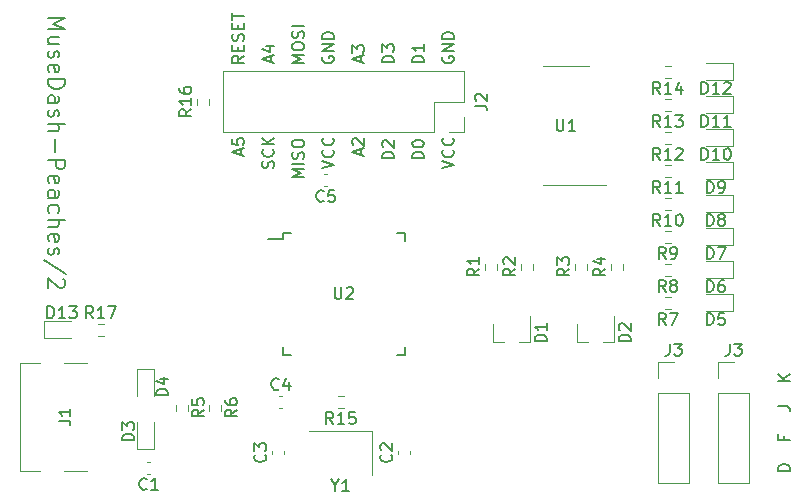
<source format=gbr>
%TF.GenerationSoftware,KiCad,Pcbnew,(5.1.7)-1*%
%TF.CreationDate,2020-10-25T16:34:13+08:00*%
%TF.ProjectId,MuseDash-Peaches2,4d757365-4461-4736-982d-506561636865,rev?*%
%TF.SameCoordinates,Original*%
%TF.FileFunction,Legend,Top*%
%TF.FilePolarity,Positive*%
%FSLAX46Y46*%
G04 Gerber Fmt 4.6, Leading zero omitted, Abs format (unit mm)*
G04 Created by KiCad (PCBNEW (5.1.7)-1) date 2020-10-25 16:34:13*
%MOMM*%
%LPD*%
G01*
G04 APERTURE LIST*
%ADD10C,0.150000*%
%ADD11C,0.120000*%
G04 APERTURE END LIST*
D10*
X102490666Y-56672000D02*
X103890666Y-56672000D01*
X102890666Y-57138666D01*
X103890666Y-57605333D01*
X102490666Y-57605333D01*
X103424000Y-58872000D02*
X102490666Y-58872000D01*
X103424000Y-58272000D02*
X102690666Y-58272000D01*
X102557333Y-58338666D01*
X102490666Y-58472000D01*
X102490666Y-58672000D01*
X102557333Y-58805333D01*
X102624000Y-58872000D01*
X102557333Y-59472000D02*
X102490666Y-59605333D01*
X102490666Y-59872000D01*
X102557333Y-60005333D01*
X102690666Y-60072000D01*
X102757333Y-60072000D01*
X102890666Y-60005333D01*
X102957333Y-59872000D01*
X102957333Y-59672000D01*
X103024000Y-59538666D01*
X103157333Y-59472000D01*
X103224000Y-59472000D01*
X103357333Y-59538666D01*
X103424000Y-59672000D01*
X103424000Y-59872000D01*
X103357333Y-60005333D01*
X102557333Y-61205333D02*
X102490666Y-61072000D01*
X102490666Y-60805333D01*
X102557333Y-60672000D01*
X102690666Y-60605333D01*
X103224000Y-60605333D01*
X103357333Y-60672000D01*
X103424000Y-60805333D01*
X103424000Y-61072000D01*
X103357333Y-61205333D01*
X103224000Y-61272000D01*
X103090666Y-61272000D01*
X102957333Y-60605333D01*
X102490666Y-61872000D02*
X103890666Y-61872000D01*
X103890666Y-62205333D01*
X103824000Y-62405333D01*
X103690666Y-62538666D01*
X103557333Y-62605333D01*
X103290666Y-62672000D01*
X103090666Y-62672000D01*
X102824000Y-62605333D01*
X102690666Y-62538666D01*
X102557333Y-62405333D01*
X102490666Y-62205333D01*
X102490666Y-61872000D01*
X102490666Y-63872000D02*
X103224000Y-63872000D01*
X103357333Y-63805333D01*
X103424000Y-63672000D01*
X103424000Y-63405333D01*
X103357333Y-63272000D01*
X102557333Y-63872000D02*
X102490666Y-63738666D01*
X102490666Y-63405333D01*
X102557333Y-63272000D01*
X102690666Y-63205333D01*
X102824000Y-63205333D01*
X102957333Y-63272000D01*
X103024000Y-63405333D01*
X103024000Y-63738666D01*
X103090666Y-63872000D01*
X102557333Y-64472000D02*
X102490666Y-64605333D01*
X102490666Y-64872000D01*
X102557333Y-65005333D01*
X102690666Y-65072000D01*
X102757333Y-65072000D01*
X102890666Y-65005333D01*
X102957333Y-64872000D01*
X102957333Y-64672000D01*
X103024000Y-64538666D01*
X103157333Y-64472000D01*
X103224000Y-64472000D01*
X103357333Y-64538666D01*
X103424000Y-64672000D01*
X103424000Y-64872000D01*
X103357333Y-65005333D01*
X102490666Y-65672000D02*
X103890666Y-65672000D01*
X102490666Y-66272000D02*
X103224000Y-66272000D01*
X103357333Y-66205333D01*
X103424000Y-66072000D01*
X103424000Y-65872000D01*
X103357333Y-65738666D01*
X103290666Y-65672000D01*
X103024000Y-66938666D02*
X103024000Y-68005333D01*
X102490666Y-68672000D02*
X103890666Y-68672000D01*
X103890666Y-69205333D01*
X103824000Y-69338666D01*
X103757333Y-69405333D01*
X103624000Y-69472000D01*
X103424000Y-69472000D01*
X103290666Y-69405333D01*
X103224000Y-69338666D01*
X103157333Y-69205333D01*
X103157333Y-68672000D01*
X102557333Y-70605333D02*
X102490666Y-70472000D01*
X102490666Y-70205333D01*
X102557333Y-70072000D01*
X102690666Y-70005333D01*
X103224000Y-70005333D01*
X103357333Y-70072000D01*
X103424000Y-70205333D01*
X103424000Y-70472000D01*
X103357333Y-70605333D01*
X103224000Y-70672000D01*
X103090666Y-70672000D01*
X102957333Y-70005333D01*
X102490666Y-71872000D02*
X103224000Y-71872000D01*
X103357333Y-71805333D01*
X103424000Y-71672000D01*
X103424000Y-71405333D01*
X103357333Y-71272000D01*
X102557333Y-71872000D02*
X102490666Y-71738666D01*
X102490666Y-71405333D01*
X102557333Y-71272000D01*
X102690666Y-71205333D01*
X102824000Y-71205333D01*
X102957333Y-71272000D01*
X103024000Y-71405333D01*
X103024000Y-71738666D01*
X103090666Y-71872000D01*
X102557333Y-73138666D02*
X102490666Y-73005333D01*
X102490666Y-72738666D01*
X102557333Y-72605333D01*
X102624000Y-72538666D01*
X102757333Y-72472000D01*
X103157333Y-72472000D01*
X103290666Y-72538666D01*
X103357333Y-72605333D01*
X103424000Y-72738666D01*
X103424000Y-73005333D01*
X103357333Y-73138666D01*
X102490666Y-73738666D02*
X103890666Y-73738666D01*
X102490666Y-74338666D02*
X103224000Y-74338666D01*
X103357333Y-74272000D01*
X103424000Y-74138666D01*
X103424000Y-73938666D01*
X103357333Y-73805333D01*
X103290666Y-73738666D01*
X102557333Y-75538666D02*
X102490666Y-75405333D01*
X102490666Y-75138666D01*
X102557333Y-75005333D01*
X102690666Y-74938666D01*
X103224000Y-74938666D01*
X103357333Y-75005333D01*
X103424000Y-75138666D01*
X103424000Y-75405333D01*
X103357333Y-75538666D01*
X103224000Y-75605333D01*
X103090666Y-75605333D01*
X102957333Y-74938666D01*
X102557333Y-76138666D02*
X102490666Y-76272000D01*
X102490666Y-76538666D01*
X102557333Y-76672000D01*
X102690666Y-76738666D01*
X102757333Y-76738666D01*
X102890666Y-76672000D01*
X102957333Y-76538666D01*
X102957333Y-76338666D01*
X103024000Y-76205333D01*
X103157333Y-76138666D01*
X103224000Y-76138666D01*
X103357333Y-76205333D01*
X103424000Y-76338666D01*
X103424000Y-76538666D01*
X103357333Y-76672000D01*
X103957333Y-78338666D02*
X102157333Y-77138666D01*
X103757333Y-78738666D02*
X103824000Y-78805333D01*
X103890666Y-78938666D01*
X103890666Y-79272000D01*
X103824000Y-79405333D01*
X103757333Y-79472000D01*
X103624000Y-79538666D01*
X103490666Y-79538666D01*
X103290666Y-79472000D01*
X102490666Y-78672000D01*
X102490666Y-79538666D01*
X165298380Y-87383904D02*
X164298380Y-87383904D01*
X165298380Y-86812476D02*
X164726952Y-87241047D01*
X164298380Y-86812476D02*
X164869809Y-87383904D01*
X164298380Y-89519142D02*
X165012666Y-89519142D01*
X165155523Y-89566761D01*
X165250761Y-89662000D01*
X165298380Y-89804857D01*
X165298380Y-89900095D01*
X164774571Y-92059142D02*
X164774571Y-92392476D01*
X165298380Y-92392476D02*
X164298380Y-92392476D01*
X164298380Y-91916285D01*
X165298380Y-95003904D02*
X164298380Y-95003904D01*
X164298380Y-94765809D01*
X164346000Y-94622952D01*
X164441238Y-94527714D01*
X164536476Y-94480095D01*
X164726952Y-94432476D01*
X164869809Y-94432476D01*
X165060285Y-94480095D01*
X165155523Y-94527714D01*
X165250761Y-94622952D01*
X165298380Y-94765809D01*
X165298380Y-95003904D01*
X135850380Y-69405333D02*
X136850380Y-69072000D01*
X135850380Y-68738666D01*
X136755142Y-67833904D02*
X136802761Y-67881523D01*
X136850380Y-68024380D01*
X136850380Y-68119619D01*
X136802761Y-68262476D01*
X136707523Y-68357714D01*
X136612285Y-68405333D01*
X136421809Y-68452952D01*
X136278952Y-68452952D01*
X136088476Y-68405333D01*
X135993238Y-68357714D01*
X135898000Y-68262476D01*
X135850380Y-68119619D01*
X135850380Y-68024380D01*
X135898000Y-67881523D01*
X135945619Y-67833904D01*
X136755142Y-66833904D02*
X136802761Y-66881523D01*
X136850380Y-67024380D01*
X136850380Y-67119619D01*
X136802761Y-67262476D01*
X136707523Y-67357714D01*
X136612285Y-67405333D01*
X136421809Y-67452952D01*
X136278952Y-67452952D01*
X136088476Y-67405333D01*
X135993238Y-67357714D01*
X135898000Y-67262476D01*
X135850380Y-67119619D01*
X135850380Y-67024380D01*
X135898000Y-66881523D01*
X135945619Y-66833904D01*
X134310380Y-68556095D02*
X133310380Y-68556095D01*
X133310380Y-68318000D01*
X133358000Y-68175142D01*
X133453238Y-68079904D01*
X133548476Y-68032285D01*
X133738952Y-67984666D01*
X133881809Y-67984666D01*
X134072285Y-68032285D01*
X134167523Y-68079904D01*
X134262761Y-68175142D01*
X134310380Y-68318000D01*
X134310380Y-68556095D01*
X133310380Y-67365619D02*
X133310380Y-67270380D01*
X133358000Y-67175142D01*
X133405619Y-67127523D01*
X133500857Y-67079904D01*
X133691333Y-67032285D01*
X133929428Y-67032285D01*
X134119904Y-67079904D01*
X134215142Y-67127523D01*
X134262761Y-67175142D01*
X134310380Y-67270380D01*
X134310380Y-67365619D01*
X134262761Y-67460857D01*
X134215142Y-67508476D01*
X134119904Y-67556095D01*
X133929428Y-67603714D01*
X133691333Y-67603714D01*
X133500857Y-67556095D01*
X133405619Y-67508476D01*
X133358000Y-67460857D01*
X133310380Y-67365619D01*
X131770380Y-68556095D02*
X130770380Y-68556095D01*
X130770380Y-68318000D01*
X130818000Y-68175142D01*
X130913238Y-68079904D01*
X131008476Y-68032285D01*
X131198952Y-67984666D01*
X131341809Y-67984666D01*
X131532285Y-68032285D01*
X131627523Y-68079904D01*
X131722761Y-68175142D01*
X131770380Y-68318000D01*
X131770380Y-68556095D01*
X130865619Y-67603714D02*
X130818000Y-67556095D01*
X130770380Y-67460857D01*
X130770380Y-67222761D01*
X130818000Y-67127523D01*
X130865619Y-67079904D01*
X130960857Y-67032285D01*
X131056095Y-67032285D01*
X131198952Y-67079904D01*
X131770380Y-67651333D01*
X131770380Y-67032285D01*
X128944666Y-68278285D02*
X128944666Y-67802095D01*
X129230380Y-68373523D02*
X128230380Y-68040190D01*
X129230380Y-67706857D01*
X128325619Y-67421142D02*
X128278000Y-67373523D01*
X128230380Y-67278285D01*
X128230380Y-67040190D01*
X128278000Y-66944952D01*
X128325619Y-66897333D01*
X128420857Y-66849714D01*
X128516095Y-66849714D01*
X128658952Y-66897333D01*
X129230380Y-67468761D01*
X129230380Y-66849714D01*
X125690380Y-69405333D02*
X126690380Y-69072000D01*
X125690380Y-68738666D01*
X126595142Y-67833904D02*
X126642761Y-67881523D01*
X126690380Y-68024380D01*
X126690380Y-68119619D01*
X126642761Y-68262476D01*
X126547523Y-68357714D01*
X126452285Y-68405333D01*
X126261809Y-68452952D01*
X126118952Y-68452952D01*
X125928476Y-68405333D01*
X125833238Y-68357714D01*
X125738000Y-68262476D01*
X125690380Y-68119619D01*
X125690380Y-68024380D01*
X125738000Y-67881523D01*
X125785619Y-67833904D01*
X126595142Y-66833904D02*
X126642761Y-66881523D01*
X126690380Y-67024380D01*
X126690380Y-67119619D01*
X126642761Y-67262476D01*
X126547523Y-67357714D01*
X126452285Y-67405333D01*
X126261809Y-67452952D01*
X126118952Y-67452952D01*
X125928476Y-67405333D01*
X125833238Y-67357714D01*
X125738000Y-67262476D01*
X125690380Y-67119619D01*
X125690380Y-67024380D01*
X125738000Y-66881523D01*
X125785619Y-66833904D01*
X124150380Y-70151428D02*
X123150380Y-70151428D01*
X123864666Y-69818095D01*
X123150380Y-69484761D01*
X124150380Y-69484761D01*
X124150380Y-69008571D02*
X123150380Y-69008571D01*
X124102761Y-68580000D02*
X124150380Y-68437142D01*
X124150380Y-68199047D01*
X124102761Y-68103809D01*
X124055142Y-68056190D01*
X123959904Y-68008571D01*
X123864666Y-68008571D01*
X123769428Y-68056190D01*
X123721809Y-68103809D01*
X123674190Y-68199047D01*
X123626571Y-68389523D01*
X123578952Y-68484761D01*
X123531333Y-68532380D01*
X123436095Y-68580000D01*
X123340857Y-68580000D01*
X123245619Y-68532380D01*
X123198000Y-68484761D01*
X123150380Y-68389523D01*
X123150380Y-68151428D01*
X123198000Y-68008571D01*
X123150380Y-67389523D02*
X123150380Y-67199047D01*
X123198000Y-67103809D01*
X123293238Y-67008571D01*
X123483714Y-66960952D01*
X123817047Y-66960952D01*
X124007523Y-67008571D01*
X124102761Y-67103809D01*
X124150380Y-67199047D01*
X124150380Y-67389523D01*
X124102761Y-67484761D01*
X124007523Y-67580000D01*
X123817047Y-67627619D01*
X123483714Y-67627619D01*
X123293238Y-67580000D01*
X123198000Y-67484761D01*
X123150380Y-67389523D01*
X121562761Y-69357714D02*
X121610380Y-69214857D01*
X121610380Y-68976761D01*
X121562761Y-68881523D01*
X121515142Y-68833904D01*
X121419904Y-68786285D01*
X121324666Y-68786285D01*
X121229428Y-68833904D01*
X121181809Y-68881523D01*
X121134190Y-68976761D01*
X121086571Y-69167238D01*
X121038952Y-69262476D01*
X120991333Y-69310095D01*
X120896095Y-69357714D01*
X120800857Y-69357714D01*
X120705619Y-69310095D01*
X120658000Y-69262476D01*
X120610380Y-69167238D01*
X120610380Y-68929142D01*
X120658000Y-68786285D01*
X121515142Y-67786285D02*
X121562761Y-67833904D01*
X121610380Y-67976761D01*
X121610380Y-68072000D01*
X121562761Y-68214857D01*
X121467523Y-68310095D01*
X121372285Y-68357714D01*
X121181809Y-68405333D01*
X121038952Y-68405333D01*
X120848476Y-68357714D01*
X120753238Y-68310095D01*
X120658000Y-68214857D01*
X120610380Y-68072000D01*
X120610380Y-67976761D01*
X120658000Y-67833904D01*
X120705619Y-67786285D01*
X121610380Y-67357714D02*
X120610380Y-67357714D01*
X121610380Y-66786285D02*
X121038952Y-67214857D01*
X120610380Y-66786285D02*
X121181809Y-67357714D01*
X118784666Y-68278285D02*
X118784666Y-67802095D01*
X119070380Y-68373523D02*
X118070380Y-68040190D01*
X119070380Y-67706857D01*
X118070380Y-66897333D02*
X118070380Y-67373523D01*
X118546571Y-67421142D01*
X118498952Y-67373523D01*
X118451333Y-67278285D01*
X118451333Y-67040190D01*
X118498952Y-66944952D01*
X118546571Y-66897333D01*
X118641809Y-66849714D01*
X118879904Y-66849714D01*
X118975142Y-66897333D01*
X119022761Y-66944952D01*
X119070380Y-67040190D01*
X119070380Y-67278285D01*
X119022761Y-67373523D01*
X118975142Y-67421142D01*
X135898000Y-59943904D02*
X135850380Y-60039142D01*
X135850380Y-60182000D01*
X135898000Y-60324857D01*
X135993238Y-60420095D01*
X136088476Y-60467714D01*
X136278952Y-60515333D01*
X136421809Y-60515333D01*
X136612285Y-60467714D01*
X136707523Y-60420095D01*
X136802761Y-60324857D01*
X136850380Y-60182000D01*
X136850380Y-60086761D01*
X136802761Y-59943904D01*
X136755142Y-59896285D01*
X136421809Y-59896285D01*
X136421809Y-60086761D01*
X136850380Y-59467714D02*
X135850380Y-59467714D01*
X136850380Y-58896285D01*
X135850380Y-58896285D01*
X136850380Y-58420095D02*
X135850380Y-58420095D01*
X135850380Y-58182000D01*
X135898000Y-58039142D01*
X135993238Y-57943904D01*
X136088476Y-57896285D01*
X136278952Y-57848666D01*
X136421809Y-57848666D01*
X136612285Y-57896285D01*
X136707523Y-57943904D01*
X136802761Y-58039142D01*
X136850380Y-58182000D01*
X136850380Y-58420095D01*
X134310380Y-60428095D02*
X133310380Y-60428095D01*
X133310380Y-60190000D01*
X133358000Y-60047142D01*
X133453238Y-59951904D01*
X133548476Y-59904285D01*
X133738952Y-59856666D01*
X133881809Y-59856666D01*
X134072285Y-59904285D01*
X134167523Y-59951904D01*
X134262761Y-60047142D01*
X134310380Y-60190000D01*
X134310380Y-60428095D01*
X134310380Y-58904285D02*
X134310380Y-59475714D01*
X134310380Y-59190000D02*
X133310380Y-59190000D01*
X133453238Y-59285238D01*
X133548476Y-59380476D01*
X133596095Y-59475714D01*
X131770380Y-60428095D02*
X130770380Y-60428095D01*
X130770380Y-60190000D01*
X130818000Y-60047142D01*
X130913238Y-59951904D01*
X131008476Y-59904285D01*
X131198952Y-59856666D01*
X131341809Y-59856666D01*
X131532285Y-59904285D01*
X131627523Y-59951904D01*
X131722761Y-60047142D01*
X131770380Y-60190000D01*
X131770380Y-60428095D01*
X130770380Y-59523333D02*
X130770380Y-58904285D01*
X131151333Y-59237619D01*
X131151333Y-59094761D01*
X131198952Y-58999523D01*
X131246571Y-58951904D01*
X131341809Y-58904285D01*
X131579904Y-58904285D01*
X131675142Y-58951904D01*
X131722761Y-58999523D01*
X131770380Y-59094761D01*
X131770380Y-59380476D01*
X131722761Y-59475714D01*
X131675142Y-59523333D01*
X128944666Y-60404285D02*
X128944666Y-59928095D01*
X129230380Y-60499523D02*
X128230380Y-60166190D01*
X129230380Y-59832857D01*
X128230380Y-59594761D02*
X128230380Y-58975714D01*
X128611333Y-59309047D01*
X128611333Y-59166190D01*
X128658952Y-59070952D01*
X128706571Y-59023333D01*
X128801809Y-58975714D01*
X129039904Y-58975714D01*
X129135142Y-59023333D01*
X129182761Y-59070952D01*
X129230380Y-59166190D01*
X129230380Y-59451904D01*
X129182761Y-59547142D01*
X129135142Y-59594761D01*
X125738000Y-59943904D02*
X125690380Y-60039142D01*
X125690380Y-60182000D01*
X125738000Y-60324857D01*
X125833238Y-60420095D01*
X125928476Y-60467714D01*
X126118952Y-60515333D01*
X126261809Y-60515333D01*
X126452285Y-60467714D01*
X126547523Y-60420095D01*
X126642761Y-60324857D01*
X126690380Y-60182000D01*
X126690380Y-60086761D01*
X126642761Y-59943904D01*
X126595142Y-59896285D01*
X126261809Y-59896285D01*
X126261809Y-60086761D01*
X126690380Y-59467714D02*
X125690380Y-59467714D01*
X126690380Y-58896285D01*
X125690380Y-58896285D01*
X126690380Y-58420095D02*
X125690380Y-58420095D01*
X125690380Y-58182000D01*
X125738000Y-58039142D01*
X125833238Y-57943904D01*
X125928476Y-57896285D01*
X126118952Y-57848666D01*
X126261809Y-57848666D01*
X126452285Y-57896285D01*
X126547523Y-57943904D01*
X126642761Y-58039142D01*
X126690380Y-58182000D01*
X126690380Y-58420095D01*
X124150380Y-60499428D02*
X123150380Y-60499428D01*
X123864666Y-60166095D01*
X123150380Y-59832761D01*
X124150380Y-59832761D01*
X123150380Y-59166095D02*
X123150380Y-58975619D01*
X123198000Y-58880380D01*
X123293238Y-58785142D01*
X123483714Y-58737523D01*
X123817047Y-58737523D01*
X124007523Y-58785142D01*
X124102761Y-58880380D01*
X124150380Y-58975619D01*
X124150380Y-59166095D01*
X124102761Y-59261333D01*
X124007523Y-59356571D01*
X123817047Y-59404190D01*
X123483714Y-59404190D01*
X123293238Y-59356571D01*
X123198000Y-59261333D01*
X123150380Y-59166095D01*
X124102761Y-58356571D02*
X124150380Y-58213714D01*
X124150380Y-57975619D01*
X124102761Y-57880380D01*
X124055142Y-57832761D01*
X123959904Y-57785142D01*
X123864666Y-57785142D01*
X123769428Y-57832761D01*
X123721809Y-57880380D01*
X123674190Y-57975619D01*
X123626571Y-58166095D01*
X123578952Y-58261333D01*
X123531333Y-58308952D01*
X123436095Y-58356571D01*
X123340857Y-58356571D01*
X123245619Y-58308952D01*
X123198000Y-58261333D01*
X123150380Y-58166095D01*
X123150380Y-57928000D01*
X123198000Y-57785142D01*
X124150380Y-57356571D02*
X123150380Y-57356571D01*
X121324666Y-60404285D02*
X121324666Y-59928095D01*
X121610380Y-60499523D02*
X120610380Y-60166190D01*
X121610380Y-59832857D01*
X120943714Y-59070952D02*
X121610380Y-59070952D01*
X120562761Y-59309047D02*
X121277047Y-59547142D01*
X121277047Y-58928095D01*
X119070380Y-59872380D02*
X118594190Y-60205714D01*
X119070380Y-60443809D02*
X118070380Y-60443809D01*
X118070380Y-60062857D01*
X118118000Y-59967619D01*
X118165619Y-59920000D01*
X118260857Y-59872380D01*
X118403714Y-59872380D01*
X118498952Y-59920000D01*
X118546571Y-59967619D01*
X118594190Y-60062857D01*
X118594190Y-60443809D01*
X118546571Y-59443809D02*
X118546571Y-59110476D01*
X119070380Y-58967619D02*
X119070380Y-59443809D01*
X118070380Y-59443809D01*
X118070380Y-58967619D01*
X119022761Y-58586666D02*
X119070380Y-58443809D01*
X119070380Y-58205714D01*
X119022761Y-58110476D01*
X118975142Y-58062857D01*
X118879904Y-58015238D01*
X118784666Y-58015238D01*
X118689428Y-58062857D01*
X118641809Y-58110476D01*
X118594190Y-58205714D01*
X118546571Y-58396190D01*
X118498952Y-58491428D01*
X118451333Y-58539047D01*
X118356095Y-58586666D01*
X118260857Y-58586666D01*
X118165619Y-58539047D01*
X118118000Y-58491428D01*
X118070380Y-58396190D01*
X118070380Y-58158095D01*
X118118000Y-58015238D01*
X118546571Y-57586666D02*
X118546571Y-57253333D01*
X119070380Y-57110476D02*
X119070380Y-57586666D01*
X118070380Y-57586666D01*
X118070380Y-57110476D01*
X118070380Y-56824761D02*
X118070380Y-56253333D01*
X119070380Y-56539047D02*
X118070380Y-56539047D01*
D11*
%TO.C,C3*%
X121410000Y-93612580D02*
X121410000Y-93331420D01*
X122430000Y-93612580D02*
X122430000Y-93331420D01*
%TO.C,C2*%
X132078000Y-93612580D02*
X132078000Y-93331420D01*
X133098000Y-93612580D02*
X133098000Y-93331420D01*
%TO.C,R6*%
X116063500Y-89424742D02*
X116063500Y-89899258D01*
X117108500Y-89424742D02*
X117108500Y-89899258D01*
%TO.C,C1*%
X111138580Y-94232000D02*
X110857420Y-94232000D01*
X111138580Y-95252000D02*
X110857420Y-95252000D01*
%TO.C,D4*%
X110009000Y-86399000D02*
X110009000Y-88684000D01*
X111479000Y-86399000D02*
X110009000Y-86399000D01*
X111479000Y-88684000D02*
X111479000Y-86399000D01*
%TO.C,D3*%
X110009000Y-90894000D02*
X110009000Y-93179000D01*
X110009000Y-93179000D02*
X111479000Y-93179000D01*
X111479000Y-93179000D02*
X111479000Y-90894000D01*
%TO.C,J3*%
X159198000Y-85792000D02*
X160528000Y-85792000D01*
X159198000Y-87122000D02*
X159198000Y-85792000D01*
X159198000Y-88392000D02*
X161858000Y-88392000D01*
X161858000Y-88392000D02*
X161858000Y-96072000D01*
X159198000Y-88392000D02*
X159198000Y-96072000D01*
X159198000Y-96072000D02*
X161858000Y-96072000D01*
%TO.C,Y1*%
X129904000Y-91622000D02*
X124604000Y-91622000D01*
X129904000Y-95322000D02*
X129904000Y-91622000D01*
D10*
%TO.C,U2*%
X122333000Y-75410000D02*
X121058000Y-75410000D01*
X132683000Y-74835000D02*
X132008000Y-74835000D01*
X132683000Y-85185000D02*
X132008000Y-85185000D01*
X122333000Y-85185000D02*
X123008000Y-85185000D01*
X122333000Y-74835000D02*
X123008000Y-74835000D01*
X122333000Y-85185000D02*
X122333000Y-84510000D01*
X132683000Y-85185000D02*
X132683000Y-84510000D01*
X132683000Y-74835000D02*
X132683000Y-75510000D01*
X122333000Y-74835000D02*
X122333000Y-75410000D01*
D11*
%TO.C,U1*%
X146304000Y-60726000D02*
X144354000Y-60726000D01*
X146304000Y-60726000D02*
X148254000Y-60726000D01*
X146304000Y-70846000D02*
X144354000Y-70846000D01*
X146304000Y-70846000D02*
X149754000Y-70846000D01*
%TO.C,R17*%
X106696742Y-83580500D02*
X107171258Y-83580500D01*
X106696742Y-82535500D02*
X107171258Y-82535500D01*
%TO.C,R16*%
X116092500Y-63991258D02*
X116092500Y-63516742D01*
X115047500Y-63991258D02*
X115047500Y-63516742D01*
%TO.C,R15*%
X127491258Y-88631500D02*
X127016742Y-88631500D01*
X127491258Y-89676500D02*
X127016742Y-89676500D01*
%TO.C,R14*%
X155177258Y-60691500D02*
X154702742Y-60691500D01*
X155177258Y-61736500D02*
X154702742Y-61736500D01*
%TO.C,R13*%
X155177258Y-64530500D02*
X154702742Y-64530500D01*
X155177258Y-63485500D02*
X154702742Y-63485500D01*
%TO.C,R12*%
X155177258Y-67324500D02*
X154702742Y-67324500D01*
X155177258Y-66279500D02*
X154702742Y-66279500D01*
%TO.C,R11*%
X155177258Y-70118500D02*
X154702742Y-70118500D01*
X155177258Y-69073500D02*
X154702742Y-69073500D01*
%TO.C,R10*%
X155177258Y-72912500D02*
X154702742Y-72912500D01*
X155177258Y-71867500D02*
X154702742Y-71867500D01*
%TO.C,R9*%
X155177258Y-75706500D02*
X154702742Y-75706500D01*
X155177258Y-74661500D02*
X154702742Y-74661500D01*
%TO.C,R8*%
X155177258Y-78500500D02*
X154702742Y-78500500D01*
X155177258Y-77455500D02*
X154702742Y-77455500D01*
%TO.C,R7*%
X155177258Y-81294500D02*
X154702742Y-81294500D01*
X155177258Y-80249500D02*
X154702742Y-80249500D01*
%TO.C,R5*%
X113269500Y-89424742D02*
X113269500Y-89899258D01*
X114314500Y-89424742D02*
X114314500Y-89899258D01*
%TO.C,R4*%
X151144500Y-77961258D02*
X151144500Y-77486742D01*
X150099500Y-77961258D02*
X150099500Y-77486742D01*
%TO.C,R3*%
X148096500Y-77961258D02*
X148096500Y-77486742D01*
X147051500Y-77961258D02*
X147051500Y-77486742D01*
%TO.C,R2*%
X143524500Y-77961258D02*
X143524500Y-77486742D01*
X142479500Y-77961258D02*
X142479500Y-77486742D01*
%TO.C,R1*%
X140476500Y-77961258D02*
X140476500Y-77486742D01*
X139431500Y-77961258D02*
X139431500Y-77486742D01*
%TO.C,J3*%
X154118000Y-85792000D02*
X155448000Y-85792000D01*
X154118000Y-87122000D02*
X154118000Y-85792000D01*
X154118000Y-88392000D02*
X156778000Y-88392000D01*
X156778000Y-88392000D02*
X156778000Y-96072000D01*
X154118000Y-88392000D02*
X154118000Y-96072000D01*
X154118000Y-96072000D02*
X156778000Y-96072000D01*
%TO.C,J2*%
X137728000Y-65024000D02*
X137728000Y-66354000D01*
X137728000Y-66354000D02*
X136398000Y-66354000D01*
X137728000Y-63754000D02*
X135128000Y-63754000D01*
X135128000Y-63754000D02*
X135128000Y-66354000D01*
X135128000Y-66354000D02*
X117288000Y-66354000D01*
X117288000Y-61154000D02*
X117288000Y-66354000D01*
X137728000Y-61154000D02*
X117288000Y-61154000D01*
X137728000Y-61154000D02*
X137728000Y-63754000D01*
%TO.C,J1*%
X100101000Y-95004000D02*
X100101000Y-85844000D01*
X100101000Y-85844000D02*
X101806000Y-85844000D01*
X101806000Y-95004000D02*
X100101000Y-95004000D01*
X103816000Y-95004000D02*
X105736000Y-95004000D01*
X105736000Y-85844000D02*
X103816000Y-85844000D01*
%TO.C,D13*%
X102147000Y-83793000D02*
X104432000Y-83793000D01*
X102147000Y-82323000D02*
X102147000Y-83793000D01*
X104432000Y-82323000D02*
X102147000Y-82323000D01*
%TO.C,D12*%
X160489000Y-60479000D02*
X158204000Y-60479000D01*
X160489000Y-61949000D02*
X160489000Y-60479000D01*
X158204000Y-61949000D02*
X160489000Y-61949000D01*
%TO.C,D11*%
X158204000Y-64743000D02*
X160489000Y-64743000D01*
X160489000Y-64743000D02*
X160489000Y-63273000D01*
X160489000Y-63273000D02*
X158204000Y-63273000D01*
%TO.C,D10*%
X158204000Y-67537000D02*
X160489000Y-67537000D01*
X160489000Y-67537000D02*
X160489000Y-66067000D01*
X160489000Y-66067000D02*
X158204000Y-66067000D01*
%TO.C,D9*%
X158204000Y-70331000D02*
X160489000Y-70331000D01*
X160489000Y-70331000D02*
X160489000Y-68861000D01*
X160489000Y-68861000D02*
X158204000Y-68861000D01*
%TO.C,D8*%
X158204000Y-73125000D02*
X160489000Y-73125000D01*
X160489000Y-73125000D02*
X160489000Y-71655000D01*
X160489000Y-71655000D02*
X158204000Y-71655000D01*
%TO.C,D7*%
X158204000Y-75919000D02*
X160489000Y-75919000D01*
X160489000Y-75919000D02*
X160489000Y-74449000D01*
X160489000Y-74449000D02*
X158204000Y-74449000D01*
%TO.C,D6*%
X158204000Y-78713000D02*
X160489000Y-78713000D01*
X160489000Y-78713000D02*
X160489000Y-77243000D01*
X160489000Y-77243000D02*
X158204000Y-77243000D01*
%TO.C,D5*%
X158204000Y-81507000D02*
X160489000Y-81507000D01*
X160489000Y-81507000D02*
X160489000Y-80037000D01*
X160489000Y-80037000D02*
X158204000Y-80037000D01*
%TO.C,D2*%
X147264000Y-84072000D02*
X147264000Y-82612000D01*
X150424000Y-84072000D02*
X150424000Y-81912000D01*
X150424000Y-84072000D02*
X149494000Y-84072000D01*
X147264000Y-84072000D02*
X148194000Y-84072000D01*
%TO.C,D1*%
X140152000Y-84072000D02*
X140152000Y-82612000D01*
X143312000Y-84072000D02*
X143312000Y-81912000D01*
X143312000Y-84072000D02*
X142382000Y-84072000D01*
X140152000Y-84072000D02*
X141082000Y-84072000D01*
%TO.C,C4*%
X122033420Y-89664000D02*
X122314580Y-89664000D01*
X122033420Y-88644000D02*
X122314580Y-88644000D01*
%TO.C,C5*%
X126124580Y-69848000D02*
X125843420Y-69848000D01*
X126124580Y-70868000D02*
X125843420Y-70868000D01*
%TO.C,C3*%
D10*
X120847142Y-93638666D02*
X120894761Y-93686285D01*
X120942380Y-93829142D01*
X120942380Y-93924380D01*
X120894761Y-94067238D01*
X120799523Y-94162476D01*
X120704285Y-94210095D01*
X120513809Y-94257714D01*
X120370952Y-94257714D01*
X120180476Y-94210095D01*
X120085238Y-94162476D01*
X119990000Y-94067238D01*
X119942380Y-93924380D01*
X119942380Y-93829142D01*
X119990000Y-93686285D01*
X120037619Y-93638666D01*
X119942380Y-93305333D02*
X119942380Y-92686285D01*
X120323333Y-93019619D01*
X120323333Y-92876761D01*
X120370952Y-92781523D01*
X120418571Y-92733904D01*
X120513809Y-92686285D01*
X120751904Y-92686285D01*
X120847142Y-92733904D01*
X120894761Y-92781523D01*
X120942380Y-92876761D01*
X120942380Y-93162476D01*
X120894761Y-93257714D01*
X120847142Y-93305333D01*
%TO.C,C2*%
X131515142Y-93638666D02*
X131562761Y-93686285D01*
X131610380Y-93829142D01*
X131610380Y-93924380D01*
X131562761Y-94067238D01*
X131467523Y-94162476D01*
X131372285Y-94210095D01*
X131181809Y-94257714D01*
X131038952Y-94257714D01*
X130848476Y-94210095D01*
X130753238Y-94162476D01*
X130658000Y-94067238D01*
X130610380Y-93924380D01*
X130610380Y-93829142D01*
X130658000Y-93686285D01*
X130705619Y-93638666D01*
X130705619Y-93257714D02*
X130658000Y-93210095D01*
X130610380Y-93114857D01*
X130610380Y-92876761D01*
X130658000Y-92781523D01*
X130705619Y-92733904D01*
X130800857Y-92686285D01*
X130896095Y-92686285D01*
X131038952Y-92733904D01*
X131610380Y-93305333D01*
X131610380Y-92686285D01*
%TO.C,R6*%
X118468380Y-89828666D02*
X117992190Y-90162000D01*
X118468380Y-90400095D02*
X117468380Y-90400095D01*
X117468380Y-90019142D01*
X117516000Y-89923904D01*
X117563619Y-89876285D01*
X117658857Y-89828666D01*
X117801714Y-89828666D01*
X117896952Y-89876285D01*
X117944571Y-89923904D01*
X117992190Y-90019142D01*
X117992190Y-90400095D01*
X117468380Y-88971523D02*
X117468380Y-89162000D01*
X117516000Y-89257238D01*
X117563619Y-89304857D01*
X117706476Y-89400095D01*
X117896952Y-89447714D01*
X118277904Y-89447714D01*
X118373142Y-89400095D01*
X118420761Y-89352476D01*
X118468380Y-89257238D01*
X118468380Y-89066761D01*
X118420761Y-88971523D01*
X118373142Y-88923904D01*
X118277904Y-88876285D01*
X118039809Y-88876285D01*
X117944571Y-88923904D01*
X117896952Y-88971523D01*
X117849333Y-89066761D01*
X117849333Y-89257238D01*
X117896952Y-89352476D01*
X117944571Y-89400095D01*
X118039809Y-89447714D01*
%TO.C,C1*%
X110831333Y-96529142D02*
X110783714Y-96576761D01*
X110640857Y-96624380D01*
X110545619Y-96624380D01*
X110402761Y-96576761D01*
X110307523Y-96481523D01*
X110259904Y-96386285D01*
X110212285Y-96195809D01*
X110212285Y-96052952D01*
X110259904Y-95862476D01*
X110307523Y-95767238D01*
X110402761Y-95672000D01*
X110545619Y-95624380D01*
X110640857Y-95624380D01*
X110783714Y-95672000D01*
X110831333Y-95719619D01*
X111783714Y-96624380D02*
X111212285Y-96624380D01*
X111498000Y-96624380D02*
X111498000Y-95624380D01*
X111402761Y-95767238D01*
X111307523Y-95862476D01*
X111212285Y-95910095D01*
%TO.C,D4*%
X112626380Y-88622095D02*
X111626380Y-88622095D01*
X111626380Y-88384000D01*
X111674000Y-88241142D01*
X111769238Y-88145904D01*
X111864476Y-88098285D01*
X112054952Y-88050666D01*
X112197809Y-88050666D01*
X112388285Y-88098285D01*
X112483523Y-88145904D01*
X112578761Y-88241142D01*
X112626380Y-88384000D01*
X112626380Y-88622095D01*
X111959714Y-87193523D02*
X112626380Y-87193523D01*
X111578761Y-87431619D02*
X112293047Y-87669714D01*
X112293047Y-87050666D01*
%TO.C,D3*%
X109766380Y-92432095D02*
X108766380Y-92432095D01*
X108766380Y-92194000D01*
X108814000Y-92051142D01*
X108909238Y-91955904D01*
X109004476Y-91908285D01*
X109194952Y-91860666D01*
X109337809Y-91860666D01*
X109528285Y-91908285D01*
X109623523Y-91955904D01*
X109718761Y-92051142D01*
X109766380Y-92194000D01*
X109766380Y-92432095D01*
X108766380Y-91527333D02*
X108766380Y-90908285D01*
X109147333Y-91241619D01*
X109147333Y-91098761D01*
X109194952Y-91003523D01*
X109242571Y-90955904D01*
X109337809Y-90908285D01*
X109575904Y-90908285D01*
X109671142Y-90955904D01*
X109718761Y-91003523D01*
X109766380Y-91098761D01*
X109766380Y-91384476D01*
X109718761Y-91479714D01*
X109671142Y-91527333D01*
%TO.C,J3*%
X160194666Y-84244380D02*
X160194666Y-84958666D01*
X160147047Y-85101523D01*
X160051809Y-85196761D01*
X159908952Y-85244380D01*
X159813714Y-85244380D01*
X160575619Y-84244380D02*
X161194666Y-84244380D01*
X160861333Y-84625333D01*
X161004190Y-84625333D01*
X161099428Y-84672952D01*
X161147047Y-84720571D01*
X161194666Y-84815809D01*
X161194666Y-85053904D01*
X161147047Y-85149142D01*
X161099428Y-85196761D01*
X161004190Y-85244380D01*
X160718476Y-85244380D01*
X160623238Y-85196761D01*
X160575619Y-85149142D01*
%TO.C,Y1*%
X126777809Y-96248190D02*
X126777809Y-96724380D01*
X126444476Y-95724380D02*
X126777809Y-96248190D01*
X127111142Y-95724380D01*
X127968285Y-96724380D02*
X127396857Y-96724380D01*
X127682571Y-96724380D02*
X127682571Y-95724380D01*
X127587333Y-95867238D01*
X127492095Y-95962476D01*
X127396857Y-96010095D01*
%TO.C,U2*%
X126746095Y-79462380D02*
X126746095Y-80271904D01*
X126793714Y-80367142D01*
X126841333Y-80414761D01*
X126936571Y-80462380D01*
X127127047Y-80462380D01*
X127222285Y-80414761D01*
X127269904Y-80367142D01*
X127317523Y-80271904D01*
X127317523Y-79462380D01*
X127746095Y-79557619D02*
X127793714Y-79510000D01*
X127888952Y-79462380D01*
X128127047Y-79462380D01*
X128222285Y-79510000D01*
X128269904Y-79557619D01*
X128317523Y-79652857D01*
X128317523Y-79748095D01*
X128269904Y-79890952D01*
X127698476Y-80462380D01*
X128317523Y-80462380D01*
%TO.C,U1*%
X145542095Y-65238380D02*
X145542095Y-66047904D01*
X145589714Y-66143142D01*
X145637333Y-66190761D01*
X145732571Y-66238380D01*
X145923047Y-66238380D01*
X146018285Y-66190761D01*
X146065904Y-66143142D01*
X146113523Y-66047904D01*
X146113523Y-65238380D01*
X147113523Y-66238380D02*
X146542095Y-66238380D01*
X146827809Y-66238380D02*
X146827809Y-65238380D01*
X146732571Y-65381238D01*
X146637333Y-65476476D01*
X146542095Y-65524095D01*
%TO.C,R17*%
X106291142Y-82080380D02*
X105957809Y-81604190D01*
X105719714Y-82080380D02*
X105719714Y-81080380D01*
X106100666Y-81080380D01*
X106195904Y-81128000D01*
X106243523Y-81175619D01*
X106291142Y-81270857D01*
X106291142Y-81413714D01*
X106243523Y-81508952D01*
X106195904Y-81556571D01*
X106100666Y-81604190D01*
X105719714Y-81604190D01*
X107243523Y-82080380D02*
X106672095Y-82080380D01*
X106957809Y-82080380D02*
X106957809Y-81080380D01*
X106862571Y-81223238D01*
X106767333Y-81318476D01*
X106672095Y-81366095D01*
X107576857Y-81080380D02*
X108243523Y-81080380D01*
X107814952Y-82080380D01*
%TO.C,R16*%
X114592380Y-64396857D02*
X114116190Y-64730190D01*
X114592380Y-64968285D02*
X113592380Y-64968285D01*
X113592380Y-64587333D01*
X113640000Y-64492095D01*
X113687619Y-64444476D01*
X113782857Y-64396857D01*
X113925714Y-64396857D01*
X114020952Y-64444476D01*
X114068571Y-64492095D01*
X114116190Y-64587333D01*
X114116190Y-64968285D01*
X114592380Y-63444476D02*
X114592380Y-64015904D01*
X114592380Y-63730190D02*
X113592380Y-63730190D01*
X113735238Y-63825428D01*
X113830476Y-63920666D01*
X113878095Y-64015904D01*
X113592380Y-62587333D02*
X113592380Y-62777809D01*
X113640000Y-62873047D01*
X113687619Y-62920666D01*
X113830476Y-63015904D01*
X114020952Y-63063523D01*
X114401904Y-63063523D01*
X114497142Y-63015904D01*
X114544761Y-62968285D01*
X114592380Y-62873047D01*
X114592380Y-62682571D01*
X114544761Y-62587333D01*
X114497142Y-62539714D01*
X114401904Y-62492095D01*
X114163809Y-62492095D01*
X114068571Y-62539714D01*
X114020952Y-62587333D01*
X113973333Y-62682571D01*
X113973333Y-62873047D01*
X114020952Y-62968285D01*
X114068571Y-63015904D01*
X114163809Y-63063523D01*
%TO.C,R15*%
X126611142Y-91036380D02*
X126277809Y-90560190D01*
X126039714Y-91036380D02*
X126039714Y-90036380D01*
X126420666Y-90036380D01*
X126515904Y-90084000D01*
X126563523Y-90131619D01*
X126611142Y-90226857D01*
X126611142Y-90369714D01*
X126563523Y-90464952D01*
X126515904Y-90512571D01*
X126420666Y-90560190D01*
X126039714Y-90560190D01*
X127563523Y-91036380D02*
X126992095Y-91036380D01*
X127277809Y-91036380D02*
X127277809Y-90036380D01*
X127182571Y-90179238D01*
X127087333Y-90274476D01*
X126992095Y-90322095D01*
X128468285Y-90036380D02*
X127992095Y-90036380D01*
X127944476Y-90512571D01*
X127992095Y-90464952D01*
X128087333Y-90417333D01*
X128325428Y-90417333D01*
X128420666Y-90464952D01*
X128468285Y-90512571D01*
X128515904Y-90607809D01*
X128515904Y-90845904D01*
X128468285Y-90941142D01*
X128420666Y-90988761D01*
X128325428Y-91036380D01*
X128087333Y-91036380D01*
X127992095Y-90988761D01*
X127944476Y-90941142D01*
%TO.C,R14*%
X154297142Y-63096380D02*
X153963809Y-62620190D01*
X153725714Y-63096380D02*
X153725714Y-62096380D01*
X154106666Y-62096380D01*
X154201904Y-62144000D01*
X154249523Y-62191619D01*
X154297142Y-62286857D01*
X154297142Y-62429714D01*
X154249523Y-62524952D01*
X154201904Y-62572571D01*
X154106666Y-62620190D01*
X153725714Y-62620190D01*
X155249523Y-63096380D02*
X154678095Y-63096380D01*
X154963809Y-63096380D02*
X154963809Y-62096380D01*
X154868571Y-62239238D01*
X154773333Y-62334476D01*
X154678095Y-62382095D01*
X156106666Y-62429714D02*
X156106666Y-63096380D01*
X155868571Y-62048761D02*
X155630476Y-62763047D01*
X156249523Y-62763047D01*
%TO.C,R13*%
X154297142Y-65890380D02*
X153963809Y-65414190D01*
X153725714Y-65890380D02*
X153725714Y-64890380D01*
X154106666Y-64890380D01*
X154201904Y-64938000D01*
X154249523Y-64985619D01*
X154297142Y-65080857D01*
X154297142Y-65223714D01*
X154249523Y-65318952D01*
X154201904Y-65366571D01*
X154106666Y-65414190D01*
X153725714Y-65414190D01*
X155249523Y-65890380D02*
X154678095Y-65890380D01*
X154963809Y-65890380D02*
X154963809Y-64890380D01*
X154868571Y-65033238D01*
X154773333Y-65128476D01*
X154678095Y-65176095D01*
X155582857Y-64890380D02*
X156201904Y-64890380D01*
X155868571Y-65271333D01*
X156011428Y-65271333D01*
X156106666Y-65318952D01*
X156154285Y-65366571D01*
X156201904Y-65461809D01*
X156201904Y-65699904D01*
X156154285Y-65795142D01*
X156106666Y-65842761D01*
X156011428Y-65890380D01*
X155725714Y-65890380D01*
X155630476Y-65842761D01*
X155582857Y-65795142D01*
%TO.C,R12*%
X154297142Y-68684380D02*
X153963809Y-68208190D01*
X153725714Y-68684380D02*
X153725714Y-67684380D01*
X154106666Y-67684380D01*
X154201904Y-67732000D01*
X154249523Y-67779619D01*
X154297142Y-67874857D01*
X154297142Y-68017714D01*
X154249523Y-68112952D01*
X154201904Y-68160571D01*
X154106666Y-68208190D01*
X153725714Y-68208190D01*
X155249523Y-68684380D02*
X154678095Y-68684380D01*
X154963809Y-68684380D02*
X154963809Y-67684380D01*
X154868571Y-67827238D01*
X154773333Y-67922476D01*
X154678095Y-67970095D01*
X155630476Y-67779619D02*
X155678095Y-67732000D01*
X155773333Y-67684380D01*
X156011428Y-67684380D01*
X156106666Y-67732000D01*
X156154285Y-67779619D01*
X156201904Y-67874857D01*
X156201904Y-67970095D01*
X156154285Y-68112952D01*
X155582857Y-68684380D01*
X156201904Y-68684380D01*
%TO.C,R11*%
X154297142Y-71478380D02*
X153963809Y-71002190D01*
X153725714Y-71478380D02*
X153725714Y-70478380D01*
X154106666Y-70478380D01*
X154201904Y-70526000D01*
X154249523Y-70573619D01*
X154297142Y-70668857D01*
X154297142Y-70811714D01*
X154249523Y-70906952D01*
X154201904Y-70954571D01*
X154106666Y-71002190D01*
X153725714Y-71002190D01*
X155249523Y-71478380D02*
X154678095Y-71478380D01*
X154963809Y-71478380D02*
X154963809Y-70478380D01*
X154868571Y-70621238D01*
X154773333Y-70716476D01*
X154678095Y-70764095D01*
X156201904Y-71478380D02*
X155630476Y-71478380D01*
X155916190Y-71478380D02*
X155916190Y-70478380D01*
X155820952Y-70621238D01*
X155725714Y-70716476D01*
X155630476Y-70764095D01*
%TO.C,R10*%
X154297142Y-74272380D02*
X153963809Y-73796190D01*
X153725714Y-74272380D02*
X153725714Y-73272380D01*
X154106666Y-73272380D01*
X154201904Y-73320000D01*
X154249523Y-73367619D01*
X154297142Y-73462857D01*
X154297142Y-73605714D01*
X154249523Y-73700952D01*
X154201904Y-73748571D01*
X154106666Y-73796190D01*
X153725714Y-73796190D01*
X155249523Y-74272380D02*
X154678095Y-74272380D01*
X154963809Y-74272380D02*
X154963809Y-73272380D01*
X154868571Y-73415238D01*
X154773333Y-73510476D01*
X154678095Y-73558095D01*
X155868571Y-73272380D02*
X155963809Y-73272380D01*
X156059047Y-73320000D01*
X156106666Y-73367619D01*
X156154285Y-73462857D01*
X156201904Y-73653333D01*
X156201904Y-73891428D01*
X156154285Y-74081904D01*
X156106666Y-74177142D01*
X156059047Y-74224761D01*
X155963809Y-74272380D01*
X155868571Y-74272380D01*
X155773333Y-74224761D01*
X155725714Y-74177142D01*
X155678095Y-74081904D01*
X155630476Y-73891428D01*
X155630476Y-73653333D01*
X155678095Y-73462857D01*
X155725714Y-73367619D01*
X155773333Y-73320000D01*
X155868571Y-73272380D01*
%TO.C,R9*%
X154773333Y-77066380D02*
X154440000Y-76590190D01*
X154201904Y-77066380D02*
X154201904Y-76066380D01*
X154582857Y-76066380D01*
X154678095Y-76114000D01*
X154725714Y-76161619D01*
X154773333Y-76256857D01*
X154773333Y-76399714D01*
X154725714Y-76494952D01*
X154678095Y-76542571D01*
X154582857Y-76590190D01*
X154201904Y-76590190D01*
X155249523Y-77066380D02*
X155440000Y-77066380D01*
X155535238Y-77018761D01*
X155582857Y-76971142D01*
X155678095Y-76828285D01*
X155725714Y-76637809D01*
X155725714Y-76256857D01*
X155678095Y-76161619D01*
X155630476Y-76114000D01*
X155535238Y-76066380D01*
X155344761Y-76066380D01*
X155249523Y-76114000D01*
X155201904Y-76161619D01*
X155154285Y-76256857D01*
X155154285Y-76494952D01*
X155201904Y-76590190D01*
X155249523Y-76637809D01*
X155344761Y-76685428D01*
X155535238Y-76685428D01*
X155630476Y-76637809D01*
X155678095Y-76590190D01*
X155725714Y-76494952D01*
%TO.C,R8*%
X154773333Y-79860380D02*
X154440000Y-79384190D01*
X154201904Y-79860380D02*
X154201904Y-78860380D01*
X154582857Y-78860380D01*
X154678095Y-78908000D01*
X154725714Y-78955619D01*
X154773333Y-79050857D01*
X154773333Y-79193714D01*
X154725714Y-79288952D01*
X154678095Y-79336571D01*
X154582857Y-79384190D01*
X154201904Y-79384190D01*
X155344761Y-79288952D02*
X155249523Y-79241333D01*
X155201904Y-79193714D01*
X155154285Y-79098476D01*
X155154285Y-79050857D01*
X155201904Y-78955619D01*
X155249523Y-78908000D01*
X155344761Y-78860380D01*
X155535238Y-78860380D01*
X155630476Y-78908000D01*
X155678095Y-78955619D01*
X155725714Y-79050857D01*
X155725714Y-79098476D01*
X155678095Y-79193714D01*
X155630476Y-79241333D01*
X155535238Y-79288952D01*
X155344761Y-79288952D01*
X155249523Y-79336571D01*
X155201904Y-79384190D01*
X155154285Y-79479428D01*
X155154285Y-79669904D01*
X155201904Y-79765142D01*
X155249523Y-79812761D01*
X155344761Y-79860380D01*
X155535238Y-79860380D01*
X155630476Y-79812761D01*
X155678095Y-79765142D01*
X155725714Y-79669904D01*
X155725714Y-79479428D01*
X155678095Y-79384190D01*
X155630476Y-79336571D01*
X155535238Y-79288952D01*
%TO.C,R7*%
X154773333Y-82654380D02*
X154440000Y-82178190D01*
X154201904Y-82654380D02*
X154201904Y-81654380D01*
X154582857Y-81654380D01*
X154678095Y-81702000D01*
X154725714Y-81749619D01*
X154773333Y-81844857D01*
X154773333Y-81987714D01*
X154725714Y-82082952D01*
X154678095Y-82130571D01*
X154582857Y-82178190D01*
X154201904Y-82178190D01*
X155106666Y-81654380D02*
X155773333Y-81654380D01*
X155344761Y-82654380D01*
%TO.C,R5*%
X115674380Y-89828666D02*
X115198190Y-90162000D01*
X115674380Y-90400095D02*
X114674380Y-90400095D01*
X114674380Y-90019142D01*
X114722000Y-89923904D01*
X114769619Y-89876285D01*
X114864857Y-89828666D01*
X115007714Y-89828666D01*
X115102952Y-89876285D01*
X115150571Y-89923904D01*
X115198190Y-90019142D01*
X115198190Y-90400095D01*
X114674380Y-88923904D02*
X114674380Y-89400095D01*
X115150571Y-89447714D01*
X115102952Y-89400095D01*
X115055333Y-89304857D01*
X115055333Y-89066761D01*
X115102952Y-88971523D01*
X115150571Y-88923904D01*
X115245809Y-88876285D01*
X115483904Y-88876285D01*
X115579142Y-88923904D01*
X115626761Y-88971523D01*
X115674380Y-89066761D01*
X115674380Y-89304857D01*
X115626761Y-89400095D01*
X115579142Y-89447714D01*
%TO.C,R4*%
X149644380Y-77890666D02*
X149168190Y-78224000D01*
X149644380Y-78462095D02*
X148644380Y-78462095D01*
X148644380Y-78081142D01*
X148692000Y-77985904D01*
X148739619Y-77938285D01*
X148834857Y-77890666D01*
X148977714Y-77890666D01*
X149072952Y-77938285D01*
X149120571Y-77985904D01*
X149168190Y-78081142D01*
X149168190Y-78462095D01*
X148977714Y-77033523D02*
X149644380Y-77033523D01*
X148596761Y-77271619D02*
X149311047Y-77509714D01*
X149311047Y-76890666D01*
%TO.C,R3*%
X146596380Y-77890666D02*
X146120190Y-78224000D01*
X146596380Y-78462095D02*
X145596380Y-78462095D01*
X145596380Y-78081142D01*
X145644000Y-77985904D01*
X145691619Y-77938285D01*
X145786857Y-77890666D01*
X145929714Y-77890666D01*
X146024952Y-77938285D01*
X146072571Y-77985904D01*
X146120190Y-78081142D01*
X146120190Y-78462095D01*
X145596380Y-77557333D02*
X145596380Y-76938285D01*
X145977333Y-77271619D01*
X145977333Y-77128761D01*
X146024952Y-77033523D01*
X146072571Y-76985904D01*
X146167809Y-76938285D01*
X146405904Y-76938285D01*
X146501142Y-76985904D01*
X146548761Y-77033523D01*
X146596380Y-77128761D01*
X146596380Y-77414476D01*
X146548761Y-77509714D01*
X146501142Y-77557333D01*
%TO.C,R2*%
X142024380Y-77890666D02*
X141548190Y-78224000D01*
X142024380Y-78462095D02*
X141024380Y-78462095D01*
X141024380Y-78081142D01*
X141072000Y-77985904D01*
X141119619Y-77938285D01*
X141214857Y-77890666D01*
X141357714Y-77890666D01*
X141452952Y-77938285D01*
X141500571Y-77985904D01*
X141548190Y-78081142D01*
X141548190Y-78462095D01*
X141119619Y-77509714D02*
X141072000Y-77462095D01*
X141024380Y-77366857D01*
X141024380Y-77128761D01*
X141072000Y-77033523D01*
X141119619Y-76985904D01*
X141214857Y-76938285D01*
X141310095Y-76938285D01*
X141452952Y-76985904D01*
X142024380Y-77557333D01*
X142024380Y-76938285D01*
%TO.C,R1*%
X138976380Y-77890666D02*
X138500190Y-78224000D01*
X138976380Y-78462095D02*
X137976380Y-78462095D01*
X137976380Y-78081142D01*
X138024000Y-77985904D01*
X138071619Y-77938285D01*
X138166857Y-77890666D01*
X138309714Y-77890666D01*
X138404952Y-77938285D01*
X138452571Y-77985904D01*
X138500190Y-78081142D01*
X138500190Y-78462095D01*
X138976380Y-76938285D02*
X138976380Y-77509714D01*
X138976380Y-77224000D02*
X137976380Y-77224000D01*
X138119238Y-77319238D01*
X138214476Y-77414476D01*
X138262095Y-77509714D01*
%TO.C,J3*%
X155114666Y-84244380D02*
X155114666Y-84958666D01*
X155067047Y-85101523D01*
X154971809Y-85196761D01*
X154828952Y-85244380D01*
X154733714Y-85244380D01*
X155495619Y-84244380D02*
X156114666Y-84244380D01*
X155781333Y-84625333D01*
X155924190Y-84625333D01*
X156019428Y-84672952D01*
X156067047Y-84720571D01*
X156114666Y-84815809D01*
X156114666Y-85053904D01*
X156067047Y-85149142D01*
X156019428Y-85196761D01*
X155924190Y-85244380D01*
X155638476Y-85244380D01*
X155543238Y-85196761D01*
X155495619Y-85149142D01*
%TO.C,J2*%
X138620380Y-64087333D02*
X139334666Y-64087333D01*
X139477523Y-64134952D01*
X139572761Y-64230190D01*
X139620380Y-64373047D01*
X139620380Y-64468285D01*
X138715619Y-63658761D02*
X138668000Y-63611142D01*
X138620380Y-63515904D01*
X138620380Y-63277809D01*
X138668000Y-63182571D01*
X138715619Y-63134952D01*
X138810857Y-63087333D01*
X138906095Y-63087333D01*
X139048952Y-63134952D01*
X139620380Y-63706380D01*
X139620380Y-63087333D01*
%TO.C,J1*%
X103372380Y-90757333D02*
X104086666Y-90757333D01*
X104229523Y-90804952D01*
X104324761Y-90900190D01*
X104372380Y-91043047D01*
X104372380Y-91138285D01*
X104372380Y-89757333D02*
X104372380Y-90328761D01*
X104372380Y-90043047D02*
X103372380Y-90043047D01*
X103515238Y-90138285D01*
X103610476Y-90233523D01*
X103658095Y-90328761D01*
%TO.C,D13*%
X102417714Y-82080380D02*
X102417714Y-81080380D01*
X102655809Y-81080380D01*
X102798666Y-81128000D01*
X102893904Y-81223238D01*
X102941523Y-81318476D01*
X102989142Y-81508952D01*
X102989142Y-81651809D01*
X102941523Y-81842285D01*
X102893904Y-81937523D01*
X102798666Y-82032761D01*
X102655809Y-82080380D01*
X102417714Y-82080380D01*
X103941523Y-82080380D02*
X103370095Y-82080380D01*
X103655809Y-82080380D02*
X103655809Y-81080380D01*
X103560571Y-81223238D01*
X103465333Y-81318476D01*
X103370095Y-81366095D01*
X104274857Y-81080380D02*
X104893904Y-81080380D01*
X104560571Y-81461333D01*
X104703428Y-81461333D01*
X104798666Y-81508952D01*
X104846285Y-81556571D01*
X104893904Y-81651809D01*
X104893904Y-81889904D01*
X104846285Y-81985142D01*
X104798666Y-82032761D01*
X104703428Y-82080380D01*
X104417714Y-82080380D01*
X104322476Y-82032761D01*
X104274857Y-81985142D01*
%TO.C,D12*%
X157789714Y-63096380D02*
X157789714Y-62096380D01*
X158027809Y-62096380D01*
X158170666Y-62144000D01*
X158265904Y-62239238D01*
X158313523Y-62334476D01*
X158361142Y-62524952D01*
X158361142Y-62667809D01*
X158313523Y-62858285D01*
X158265904Y-62953523D01*
X158170666Y-63048761D01*
X158027809Y-63096380D01*
X157789714Y-63096380D01*
X159313523Y-63096380D02*
X158742095Y-63096380D01*
X159027809Y-63096380D02*
X159027809Y-62096380D01*
X158932571Y-62239238D01*
X158837333Y-62334476D01*
X158742095Y-62382095D01*
X159694476Y-62191619D02*
X159742095Y-62144000D01*
X159837333Y-62096380D01*
X160075428Y-62096380D01*
X160170666Y-62144000D01*
X160218285Y-62191619D01*
X160265904Y-62286857D01*
X160265904Y-62382095D01*
X160218285Y-62524952D01*
X159646857Y-63096380D01*
X160265904Y-63096380D01*
%TO.C,D11*%
X157789714Y-65890380D02*
X157789714Y-64890380D01*
X158027809Y-64890380D01*
X158170666Y-64938000D01*
X158265904Y-65033238D01*
X158313523Y-65128476D01*
X158361142Y-65318952D01*
X158361142Y-65461809D01*
X158313523Y-65652285D01*
X158265904Y-65747523D01*
X158170666Y-65842761D01*
X158027809Y-65890380D01*
X157789714Y-65890380D01*
X159313523Y-65890380D02*
X158742095Y-65890380D01*
X159027809Y-65890380D02*
X159027809Y-64890380D01*
X158932571Y-65033238D01*
X158837333Y-65128476D01*
X158742095Y-65176095D01*
X160265904Y-65890380D02*
X159694476Y-65890380D01*
X159980190Y-65890380D02*
X159980190Y-64890380D01*
X159884952Y-65033238D01*
X159789714Y-65128476D01*
X159694476Y-65176095D01*
%TO.C,D10*%
X157789714Y-68684380D02*
X157789714Y-67684380D01*
X158027809Y-67684380D01*
X158170666Y-67732000D01*
X158265904Y-67827238D01*
X158313523Y-67922476D01*
X158361142Y-68112952D01*
X158361142Y-68255809D01*
X158313523Y-68446285D01*
X158265904Y-68541523D01*
X158170666Y-68636761D01*
X158027809Y-68684380D01*
X157789714Y-68684380D01*
X159313523Y-68684380D02*
X158742095Y-68684380D01*
X159027809Y-68684380D02*
X159027809Y-67684380D01*
X158932571Y-67827238D01*
X158837333Y-67922476D01*
X158742095Y-67970095D01*
X159932571Y-67684380D02*
X160027809Y-67684380D01*
X160123047Y-67732000D01*
X160170666Y-67779619D01*
X160218285Y-67874857D01*
X160265904Y-68065333D01*
X160265904Y-68303428D01*
X160218285Y-68493904D01*
X160170666Y-68589142D01*
X160123047Y-68636761D01*
X160027809Y-68684380D01*
X159932571Y-68684380D01*
X159837333Y-68636761D01*
X159789714Y-68589142D01*
X159742095Y-68493904D01*
X159694476Y-68303428D01*
X159694476Y-68065333D01*
X159742095Y-67874857D01*
X159789714Y-67779619D01*
X159837333Y-67732000D01*
X159932571Y-67684380D01*
%TO.C,D9*%
X158265904Y-71478380D02*
X158265904Y-70478380D01*
X158504000Y-70478380D01*
X158646857Y-70526000D01*
X158742095Y-70621238D01*
X158789714Y-70716476D01*
X158837333Y-70906952D01*
X158837333Y-71049809D01*
X158789714Y-71240285D01*
X158742095Y-71335523D01*
X158646857Y-71430761D01*
X158504000Y-71478380D01*
X158265904Y-71478380D01*
X159313523Y-71478380D02*
X159504000Y-71478380D01*
X159599238Y-71430761D01*
X159646857Y-71383142D01*
X159742095Y-71240285D01*
X159789714Y-71049809D01*
X159789714Y-70668857D01*
X159742095Y-70573619D01*
X159694476Y-70526000D01*
X159599238Y-70478380D01*
X159408761Y-70478380D01*
X159313523Y-70526000D01*
X159265904Y-70573619D01*
X159218285Y-70668857D01*
X159218285Y-70906952D01*
X159265904Y-71002190D01*
X159313523Y-71049809D01*
X159408761Y-71097428D01*
X159599238Y-71097428D01*
X159694476Y-71049809D01*
X159742095Y-71002190D01*
X159789714Y-70906952D01*
%TO.C,D8*%
X158265904Y-74272380D02*
X158265904Y-73272380D01*
X158504000Y-73272380D01*
X158646857Y-73320000D01*
X158742095Y-73415238D01*
X158789714Y-73510476D01*
X158837333Y-73700952D01*
X158837333Y-73843809D01*
X158789714Y-74034285D01*
X158742095Y-74129523D01*
X158646857Y-74224761D01*
X158504000Y-74272380D01*
X158265904Y-74272380D01*
X159408761Y-73700952D02*
X159313523Y-73653333D01*
X159265904Y-73605714D01*
X159218285Y-73510476D01*
X159218285Y-73462857D01*
X159265904Y-73367619D01*
X159313523Y-73320000D01*
X159408761Y-73272380D01*
X159599238Y-73272380D01*
X159694476Y-73320000D01*
X159742095Y-73367619D01*
X159789714Y-73462857D01*
X159789714Y-73510476D01*
X159742095Y-73605714D01*
X159694476Y-73653333D01*
X159599238Y-73700952D01*
X159408761Y-73700952D01*
X159313523Y-73748571D01*
X159265904Y-73796190D01*
X159218285Y-73891428D01*
X159218285Y-74081904D01*
X159265904Y-74177142D01*
X159313523Y-74224761D01*
X159408761Y-74272380D01*
X159599238Y-74272380D01*
X159694476Y-74224761D01*
X159742095Y-74177142D01*
X159789714Y-74081904D01*
X159789714Y-73891428D01*
X159742095Y-73796190D01*
X159694476Y-73748571D01*
X159599238Y-73700952D01*
%TO.C,D7*%
X158265904Y-77066380D02*
X158265904Y-76066380D01*
X158504000Y-76066380D01*
X158646857Y-76114000D01*
X158742095Y-76209238D01*
X158789714Y-76304476D01*
X158837333Y-76494952D01*
X158837333Y-76637809D01*
X158789714Y-76828285D01*
X158742095Y-76923523D01*
X158646857Y-77018761D01*
X158504000Y-77066380D01*
X158265904Y-77066380D01*
X159170666Y-76066380D02*
X159837333Y-76066380D01*
X159408761Y-77066380D01*
%TO.C,D6*%
X158265904Y-79860380D02*
X158265904Y-78860380D01*
X158504000Y-78860380D01*
X158646857Y-78908000D01*
X158742095Y-79003238D01*
X158789714Y-79098476D01*
X158837333Y-79288952D01*
X158837333Y-79431809D01*
X158789714Y-79622285D01*
X158742095Y-79717523D01*
X158646857Y-79812761D01*
X158504000Y-79860380D01*
X158265904Y-79860380D01*
X159694476Y-78860380D02*
X159504000Y-78860380D01*
X159408761Y-78908000D01*
X159361142Y-78955619D01*
X159265904Y-79098476D01*
X159218285Y-79288952D01*
X159218285Y-79669904D01*
X159265904Y-79765142D01*
X159313523Y-79812761D01*
X159408761Y-79860380D01*
X159599238Y-79860380D01*
X159694476Y-79812761D01*
X159742095Y-79765142D01*
X159789714Y-79669904D01*
X159789714Y-79431809D01*
X159742095Y-79336571D01*
X159694476Y-79288952D01*
X159599238Y-79241333D01*
X159408761Y-79241333D01*
X159313523Y-79288952D01*
X159265904Y-79336571D01*
X159218285Y-79431809D01*
%TO.C,D5*%
X158265904Y-82654380D02*
X158265904Y-81654380D01*
X158504000Y-81654380D01*
X158646857Y-81702000D01*
X158742095Y-81797238D01*
X158789714Y-81892476D01*
X158837333Y-82082952D01*
X158837333Y-82225809D01*
X158789714Y-82416285D01*
X158742095Y-82511523D01*
X158646857Y-82606761D01*
X158504000Y-82654380D01*
X158265904Y-82654380D01*
X159742095Y-81654380D02*
X159265904Y-81654380D01*
X159218285Y-82130571D01*
X159265904Y-82082952D01*
X159361142Y-82035333D01*
X159599238Y-82035333D01*
X159694476Y-82082952D01*
X159742095Y-82130571D01*
X159789714Y-82225809D01*
X159789714Y-82463904D01*
X159742095Y-82559142D01*
X159694476Y-82606761D01*
X159599238Y-82654380D01*
X159361142Y-82654380D01*
X159265904Y-82606761D01*
X159218285Y-82559142D01*
%TO.C,D2*%
X151796380Y-84050095D02*
X150796380Y-84050095D01*
X150796380Y-83812000D01*
X150844000Y-83669142D01*
X150939238Y-83573904D01*
X151034476Y-83526285D01*
X151224952Y-83478666D01*
X151367809Y-83478666D01*
X151558285Y-83526285D01*
X151653523Y-83573904D01*
X151748761Y-83669142D01*
X151796380Y-83812000D01*
X151796380Y-84050095D01*
X150891619Y-83097714D02*
X150844000Y-83050095D01*
X150796380Y-82954857D01*
X150796380Y-82716761D01*
X150844000Y-82621523D01*
X150891619Y-82573904D01*
X150986857Y-82526285D01*
X151082095Y-82526285D01*
X151224952Y-82573904D01*
X151796380Y-83145333D01*
X151796380Y-82526285D01*
%TO.C,D1*%
X144684380Y-84050095D02*
X143684380Y-84050095D01*
X143684380Y-83812000D01*
X143732000Y-83669142D01*
X143827238Y-83573904D01*
X143922476Y-83526285D01*
X144112952Y-83478666D01*
X144255809Y-83478666D01*
X144446285Y-83526285D01*
X144541523Y-83573904D01*
X144636761Y-83669142D01*
X144684380Y-83812000D01*
X144684380Y-84050095D01*
X144684380Y-82526285D02*
X144684380Y-83097714D01*
X144684380Y-82812000D02*
X143684380Y-82812000D01*
X143827238Y-82907238D01*
X143922476Y-83002476D01*
X143970095Y-83097714D01*
%TO.C,C4*%
X122007333Y-88081142D02*
X121959714Y-88128761D01*
X121816857Y-88176380D01*
X121721619Y-88176380D01*
X121578761Y-88128761D01*
X121483523Y-88033523D01*
X121435904Y-87938285D01*
X121388285Y-87747809D01*
X121388285Y-87604952D01*
X121435904Y-87414476D01*
X121483523Y-87319238D01*
X121578761Y-87224000D01*
X121721619Y-87176380D01*
X121816857Y-87176380D01*
X121959714Y-87224000D01*
X122007333Y-87271619D01*
X122864476Y-87509714D02*
X122864476Y-88176380D01*
X122626380Y-87128761D02*
X122388285Y-87843047D01*
X123007333Y-87843047D01*
%TO.C,C5*%
X125817333Y-72145142D02*
X125769714Y-72192761D01*
X125626857Y-72240380D01*
X125531619Y-72240380D01*
X125388761Y-72192761D01*
X125293523Y-72097523D01*
X125245904Y-72002285D01*
X125198285Y-71811809D01*
X125198285Y-71668952D01*
X125245904Y-71478476D01*
X125293523Y-71383238D01*
X125388761Y-71288000D01*
X125531619Y-71240380D01*
X125626857Y-71240380D01*
X125769714Y-71288000D01*
X125817333Y-71335619D01*
X126722095Y-71240380D02*
X126245904Y-71240380D01*
X126198285Y-71716571D01*
X126245904Y-71668952D01*
X126341142Y-71621333D01*
X126579238Y-71621333D01*
X126674476Y-71668952D01*
X126722095Y-71716571D01*
X126769714Y-71811809D01*
X126769714Y-72049904D01*
X126722095Y-72145142D01*
X126674476Y-72192761D01*
X126579238Y-72240380D01*
X126341142Y-72240380D01*
X126245904Y-72192761D01*
X126198285Y-72145142D01*
%TD*%
M02*

</source>
